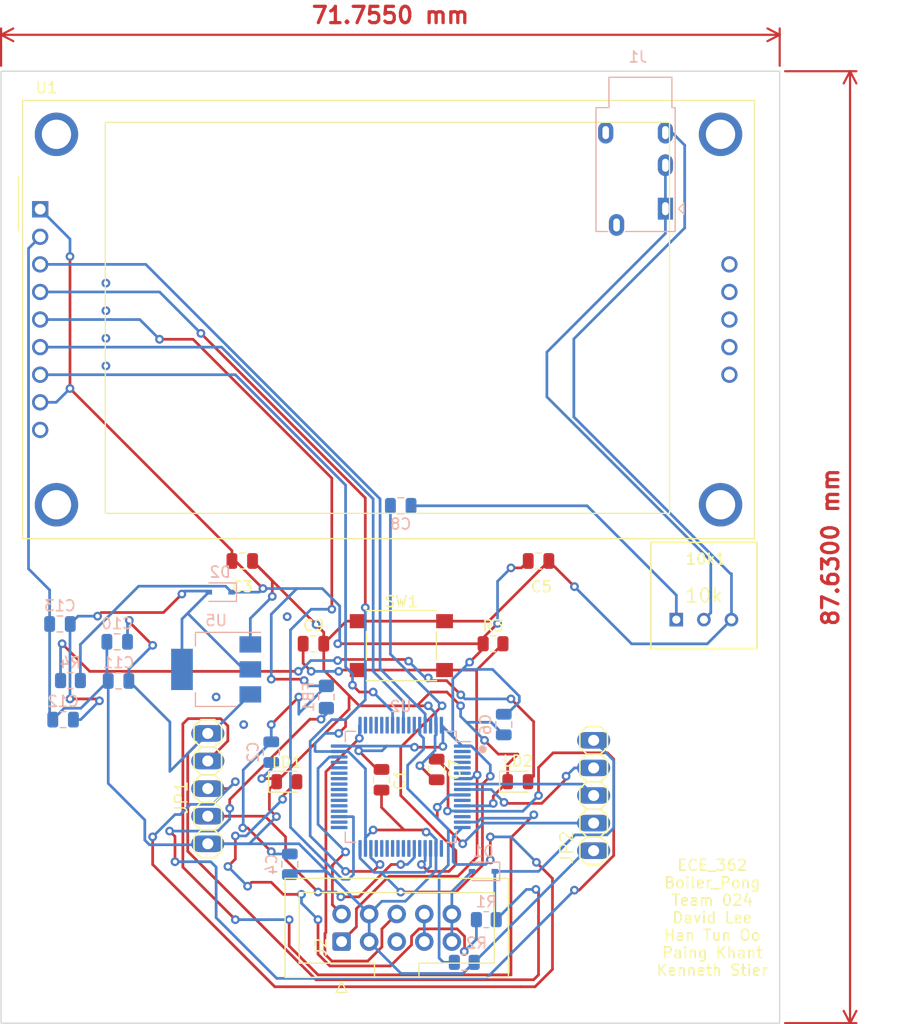
<source format=kicad_pcb>
(kicad_pcb (version 20211014) (generator pcbnew)
  (layers (0 "F.Cu" signal) (31 "B.Cu" signal) (34 "B.Paste" user) (35 "F.Paste" user) (36 "B.SilkS" user "B.Silkscreen") (37 "F.SilkS" user "F.Silkscreen") (38 "B.Mask" user) (39 "F.Mask" user) (44 "Edge.Cuts" user))
  (net 0 "")
  (net 1 "Net-(10k1-Pad1)")
  (net 2 "+5V")
  (net 3 "/NRST")
  (net 4 "/U5V")
  (net 5 "Net-(10k1-Pad2)")
  (net 7 "/SWDIO_IN")
  (net 9 "/SWCLK_IN")
  (net 10 "/V3.3_IN")
  (net 11 "Net-(JP1-Pad2)")
  (net 12 "Net-(JP1-Pad3)")
  (net 13 "Net-(JP1-Pad4)")
  (net 14 "Net-(JP2-Pad4)")
  (net 15 "Net-(LD1-Pad2)")
  (net 16 "Net-(C12-Pad1)")
  (net 17 "Net-(LD2-Pad2)")
  (net 18 "Net-(R2-Pad2)")
  (net 25 "Net-(U1-Pad7)")
  (net 26 "Net-(U1-Pad6)")
  (net 27 "Net-(U1-Pad5)")
  (net 28 "Net-(U1-Pad4)")
  (net 29 "Net-(U1-Pad3)")
  (net 67 "Net-(C8-Pad1)")
  (net 68 "+3V0")
  (net 69 "/3VA")
  (net 70 "GND")
  (net 71 "Net-(JP2-Pad2)")
  (net 72 "Net-(JP2-Pad3)")
  (footprint "Capacitor_SMD:C_0805_2012Metric" (layer "F.Cu") (at 156.7105 101.778)
    (fp_text reference "C5")
    (fp_text value "10uf")
  )
  (footprint "Capacitor_SMD:C_0805_2012Metric" (layer "F.Cu") (at 135.968487 109.397999)
    (fp_text reference "C9")
    (fp_text value ".1uF")
  )
  (footprint "Display:CR2013-MI2120" (layer "F.Cu") (at 110.783 69.393)
    (fp_text reference "U1")
    (fp_text value "TFT LCD MSP2022")
  )
  (footprint "LED_SMD:LED_0805_2012Metric" (layer "F.Cu") (at 133.518 122.098)
    (fp_text reference "LD1")
    (fp_text value "LED_Red")
  )
  (footprint "Button_Switch_SMD:SW_SPST_PTS645" (layer "F.Cu") (at 144.070833 109.569816)
    (fp_text reference "SW1")
    (fp_text value "SW_Push")
  )
  (footprint "Connector_IDC:IDC-Header_2x05_P2.54mm_Vertical" (layer "F.Cu") (at 138.562048 136.8205 90)
    (fp_text reference "J2")
    (fp_text value "Conn_02x05_Odd_Even")
  )
  (footprint "Capacitor_SMD:C_0805_2012Metric" (layer "F.Cu") (at 129.4055 101.778)
    (fp_text reference "C3")
    (fp_text value "0.1uf")
  )
  (footprint "Resistor_SMD:R_0805_2012Metric" (layer "F.Cu") (at 152.517965 109.397999)
    (fp_text reference "R3")
    (fp_text value "100K")
  )
  (footprint "Capacitor_SMD:C_0805_2012Metric" (layer "F.Cu") (at 142.24 121.92 -90)
    (fp_text reference "C1")
    (fp_text value ".1uF")
  )
  (footprint "joystick:1X05" (layer "F.Cu") (at 161.7905 123.368 90)
    (fp_text reference "JP2")
    (fp_text value "PINHD-1X5")
  )
  (footprint "joystick:1X05" (layer "F.Cu") (at 126.2305 122.733 90)
    (fp_text reference "JP1")
    (fp_text value "PINHD-1X5")
  )
  (footprint "Capacitor_SMD:C_0805_2012Metric" (layer "F.Cu") (at 147.32 120.97 -90)
    (fp_text reference "C7")
    (fp_text value ".1uF")
  )
  (footprint "eec:Bourns-3310R-0-0-MFG" (layer "F.Cu") (at 171.9505 104.953)
    (fp_text reference "10k1")
    (fp_text value "10k")
  )
  (footprint "LED_SMD:LED_0805_2012Metric" (layer "F.Cu") (at 154.8055 122.098)
    (fp_text reference "LD2")
    (fp_text value "LED_Green")
  )
  (footprint "Capacitor_SMD:C_0805_2012Metric" (layer "B.Cu") (at 112.604628 107.578484 180)
    (fp_text reference "C13")
    (fp_text value "22uF")
  )
  (footprint "Capacitor_SMD:C_0805_2012Metric" (layer "B.Cu") (at 144.0105 96.698)
    (fp_text reference "C8")
    (fp_text value "10uf")
  )
  (footprint "Capacitor_SMD:C_0805_2012Metric" (layer "B.Cu") (at 112.8955 116.383 180)
    (fp_text reference "C12")
    (fp_text value "0.1uF")
  )
  (footprint "Resistor_SMD:R_0805_2012Metric" (layer "B.Cu") (at 151.897048 134.798 180)
    (fp_text reference "R1")
    (fp_text value "5.1k")
  )
  (footprint "Package_QFP:LQFP-64_10x10mm_P0.5mm" (layer "B.Cu") (at 144.0105 122.567516 180)
    (fp_text reference "U2")
    (fp_text value "STM32F091RCTx")
  )
  (footprint "Capacitor_SMD:C_0805_2012Metric" (layer "B.Cu") (at 117.881313 109.22 180)
    (fp_text reference "C10")
    (fp_text value "22uF")
  )
  (footprint "Connector_Audio:Jack_3.5mm_PJ320E_Horizontal" (layer "B.Cu") (at 168.401803 69.345242 180)
    (fp_text reference "J1")
    (fp_text value "TRRS Jack")
  )
  (footprint "Capacitor_SMD:C_0805_2012Metric" (layer "B.Cu") (at 132.08 119.38 -90)
    (fp_text reference "C2")
    (fp_text value ".1uF")
  )
  (footprint "Resistor_SMD:R_0805_2012Metric" (layer "B.Cu") (at 113.574628 112.788484 180)
    (fp_text reference "R4")
    (fp_text value "1k")
  )
  (footprint "Resistor_SMD:R_0805_2012Metric" (layer "B.Cu") (at 149.866888 138.728 180)
    (fp_text reference "R2")
    (fp_text value "100K")
  )
  (footprint "Diode_SMD:D_SOD-323" (layer "B.Cu") (at 151.6305 130.353 180)
    (fp_text reference "D1")
    (fp_text value "BAT60JFILM")
  )
  (footprint "Diode_SMD:D_SOD-323" (layer "B.Cu") (at 127.374628 104.648484 180)
    (fp_text reference "D2")
    (fp_text value "BAT60JFILM")
  )
  (footprint "Inductor_SMD:L_0805_2012Metric_Pad1.15x1.40mm_HandSolder" (layer "B.Cu") (at 137.16 114.3 -90)
    (fp_text reference "FB1")
    (fp_text value "FerriteBead")
  )
  (footprint "Capacitor_SMD:C_0805_2012Metric" (layer "B.Cu") (at 118.004628 112.818484 180)
    (fp_text reference "C11")
    (fp_text value "0.1uF")
  )
  (footprint "Package_TO_SOT_SMD:SOT-223-3_TabPin2" (layer "B.Cu") (at 127 111.76 180)
    (fp_text reference "U5")
    (fp_text value "LD1117S33TR_SOT223")
  )
  (footprint "Capacitor_SMD:C_0805_2012Metric" (layer "B.Cu") (at 133.788744 129.699963 -90)
    (fp_text reference "C4")
    (fp_text value ".1uF")
  )
  (footprint "Capacitor_SMD:C_0805_2012Metric" (layer "B.Cu") (at 153.505875 116.834986 -90)
    (fp_text reference "C6")
    (fp_text value ".1uF")
  )
  (gr_circle (center 151.563313 119.105088) (end 151.263541 119.105088) (layer "B.SilkS") (width 0.15) (fill solid))
  (gr_rect (start 107.1805 56.693) (end 178.9355 144.323) (layer "Edge.Cuts") (width 0.1) (fill none))
  (gr_text "ECE_362\nBoiler_Pong\nTeam 024\nDavid Lee\nHan Tun Oo\nPaing Khant\nKenneth Stier\n" (at 172.72 134.62) (layer "F.SilkS") (effects (font (size 1 1))))
  (dimension (type aligned) (layer "F.Cu") (pts (xy 107.1805 56.693) (xy 178.9355 56.693)) (height -3.353) (gr_text "71.7550 mm" (at 143.058 51.54) (layer "F.Cu") (effects (font (size 1.5 1.5) (thickness 0.3)))) (format (units 3) (units_format 1) (precision 4)) (style (thickness 0.2) (arrow_length 1.27) (text_position_mode 0) (extension_height 0.58642) (extension_offset 0.5) keep_text_aligned))
  (dimension (type aligned) (layer "F.Cu") (pts (xy 178.9355 56.693) (xy 178.9355 144.323)) (height -6.4845) (gr_text "87.6300 mm" (at 183.62 100.508 90) (layer "F.Cu") (effects (font (size 1.5 1.5) (thickness 0.3)))) (format (units 3) (units_format 1) (precision 4)) (style (thickness 0.2) (arrow_length 1.27) (text_position_mode 0) (extension_height 0.58642) (extension_offset 0.5) keep_text_aligned))
  (segment (start 169.4105 104.920507) (end 169.4105 107.177999) (width 0.25) (layer "B.Cu") (net 1))
  (segment (start 161.187993 96.698) (end 169.4105 104.920507) (width 0.25) (layer "B.Cu") (net 1))
  (segment (start 144.9605 96.698) (end 161.187993 96.698) (width 0.25) (layer "B.Cu") (net 1))
  (segment (start 136.204302 140.32752) (end 156.26098 140.32752) (width 0.25) (layer "F.Cu") (net 2))
  (segment (start 156.26098 140.32752) (end 156.7105 139.878) (width 0.25) (layer "F.Cu") (net 2))
  (segment (start 119.001757 107.395112) (end 119.001757 107.249257) (width 0.25) (layer "F.Cu") (net 2))
  (segment (start 126.2305 117.653) (end 124.38198 119.50152) (width 0.25) (layer "F.Cu") (net 2))
  (segment (start 156.7105 132.258) (end 156.467645 132.015145) (width 0.25) (layer "F.Cu") (net 2))
  (segment (start 124.38198 119.50152) (end 124.38198 128.505197) (width 0.25) (layer "F.Cu") (net 2))
  (segment (start 121.1505 109.543855) (end 119.001757 107.395112) (width 0.25) (layer "F.Cu") (net 2))
  (segment (start 156.7105 139.878) (end 156.7105 132.258) (width 0.25) (layer "F.Cu") (net 2))
  (segment (start 124.38198 128.505197) (end 136.204302 140.32752) (width 0.25) (layer "F.Cu") (net 2))
  (via (at 121.1505 109.543855) (size 0.8) (drill 0.4) (layers "F.Cu" "B.Cu") (net 2))
  (via (at 119.001757 107.249257) (size 0.8) (drill 0.4) (layers "F.Cu" "B.Cu") (net 2))
  (via (at 156.467645 132.015145) (size 0.8) (drill 0.4) (layers "F.Cu" "B.Cu") (net 2))
  (segment (start 163.002551 126.99452) (end 163.63902 126.358051) (width 0.25) (layer "B.Cu") (net 2))
  (segment (start 118.954628 111.739727) (end 118.954628 112.818484) (width 0.25) (layer "B.Cu") (net 2))
  (segment (start 156.467645 132.015145) (end 155.592403 132.015145) (width 0.25) (layer "B.Cu") (net 2))
  (segment (start 122.738 116.601856) (end 122.738 121.1455) (width 0.25) (layer "B.Cu") (net 2))
  (segment (start 118.954628 112.818484) (end 122.738 116.601856) (width 0.25) (layer "B.Cu") (net 2))
  (segment (start 152.6805 130.353) (end 156.7105 130.353) (width 0.25) (layer "B.Cu") (net 2))
  (segment (start 118.831313 107.419701) (end 119.001757 107.249257) (width 0.25) (layer "B.Cu") (net 2))
  (segment (start 156.7105 130.353) (end 160.06898 126.99452) (width 0.25) (layer "B.Cu") (net 2))
  (segment (start 118.831313 109.22) (end 118.831313 107.419701) (width 0.25) (layer "B.Cu") (net 2))
  (segment (start 122.738 121.1455) (end 126.2305 117.653) (width 0.25) (layer "B.Cu") (net 2))
  (segment (start 152.6805 130.353) (end 152.6805 134.668952) (width 0.25) (layer "B.Cu") (net 2))
  (segment (start 152.6805 134.668952) (end 152.809548 134.798) (width 0.25) (layer "B.Cu") (net 2))
  (segment (start 121.1505 109.543855) (end 118.954628 111.739727) (width 0.25) (layer "B.Cu") (net 2))
  (segment (start 163.63902 126.358051) (end 163.63902 120.13652) (width 0.25) (layer "B.Cu") (net 2))
  (segment (start 126.557 117.653) (end 126.2305 117.653) (width 0.25) (layer "B.Cu") (net 2))
  (segment (start 155.592403 132.015145) (end 152.809548 134.798) (width 0.25) (layer "B.Cu") (net 2))
  (segment (start 160.06898 126.99452) (end 163.002551 126.99452) (width 0.25) (layer "B.Cu") (net 2))
  (segment (start 163.63902 120.13652) (end 161.7905 118.288) (width 0.25) (layer "B.Cu") (net 2))
  (segment (start 130.15 114.06) (end 126.557 117.653) (width 0.25) (layer "B.Cu") (net 2))
  (segment (start 151.008648 121.423043) (end 151.008648 111.819816) (width 0.25) (layer "F.Cu") (net 3))
  (segment (start 140.090833 111.819816) (end 138.413684 111.819816) (width 0.25) (layer "F.Cu") (net 3))
  (segment (start 139.927537 133.794001) (end 139.927537 135.455011) (width 0.25) (layer "F.Cu") (net 3))
  (segment (start 135.7555 111.938) (end 135.018487 111.200987) (width 0.25) (layer "F.Cu") (net 3))
  (segment (start 151.055543 121.469938) (end 151.050313 121.475168) (width 0.25) (layer "F.Cu") (net 3))
  (segment (start 151.050313 129.028187) (end 149.27598 130.80252) (width 0.25) (layer "F.Cu") (net 3))
  (segment (start 151.050313 121.475168) (end 151.050313 129.028187) (width 0.25) (layer "F.Cu") (net 3))
  (segment (start 151.008648 111.819816) (end 153.430465 109.397999) (width 0.25) (layer "F.Cu") (net 3))
  (segment (start 151.055543 121.469938) (end 151.008648 121.423043) (width 0.25) (layer "F.Cu") (net 3))
  (segment (start 135.018487 111.200987) (end 135.018487 109.397999) (width 0.25) (layer "F.Cu") (net 3))
  (segment (start 140.090833 111.819816) (end 148.050833 111.819816) (width 0.25) (layer "F.Cu") (net 3))
  (segment (start 142.919018 130.80252) (end 139.927537 133.794001) (width 0.25) (layer "F.Cu") (net 3))
  (segment (start 149.27598 130.80252) (end 142.919018 130.80252) (width 0.25) (layer "F.Cu") (net 3))
  (segment (start 138.413684 111.819816) (end 138.2955 111.938) (width 0.25) (layer "F.Cu") (net 3))
  (segment (start 139.927537 135.455011) (end 138.562048 136.8205) (width 0.25) (layer "F.Cu") (net 3))
  (segment (start 148.050833 111.819816) (end 151.008648 111.819816) (width 0.25) (layer "F.Cu") (net 3))
  (via (at 135.7555 111.938) (size 0.8) (drill 0.4) (layers "F.Cu" "B.Cu") (net 3))
  (via (at 151.055543 121.469938) (size 0.8) (drill 0.4) (layers "F.Cu" "B.Cu") (net 3))
  (via (at 138.2955 111.938) (size 0.8) (drill 0.4) (layers "F.Cu" "B.Cu") (net 3))
  (segment (start 138.2955 111.938) (end 135.7555 111.938) (width 0.25) (layer "B.Cu") (net 3))
  (segment (start 151.055543 121.469938) (end 150.873084 121.469938) (width 0.25) (layer "B.Cu") (net 3))
  (segment (start 150.873084 121.469938) (end 150.525506 121.817516) (width 0.25) (layer "B.Cu") (net 3))
  (segment (start 150.525506 121.817516) (end 149.6855 121.817516) (width 0.25) (layer "B.Cu") (net 3))
  (segment (start 148.722048 134.2805) (end 148.722048 132.211452) (width 0.25) (layer "B.Cu") (net 4))
  (segment (start 148.722048 134.2805) (end 148.722048 136.8205) (width 0.25) (layer "B.Cu") (net 4))
  (segment (start 148.722048 132.211452) (end 150.5805 130.353) (width 0.25) (layer "B.Cu") (net 4))
  (segment (start 172.5855 106.542999) (end 171.9505 107.177999) (width 0.25) (layer "B.Cu") (net 5))
  (segment (start 157.48 82.55) (end 157.48 86.6725) (width 0.25) (layer "B.Cu") (net 5))
  (segment (start 157.48 86.6725) (end 172.5855 101.778) (width 0.25) (layer "B.Cu") (net 5))
  (segment (start 168.401803 65.345242) (end 168.401803 69.345242) (width 0.25) (layer "B.Cu") (net 5))
  (segment (start 168.401803 69.345242) (end 168.401803 71.628197) (width 0.25) (layer "B.Cu") (net 5))
  (segment (start 172.5855 101.778) (end 172.5855 106.542999) (width 0.25) (layer "B.Cu") (net 5))
  (segment (start 168.401803 71.628197) (end 157.48 82.55) (width 0.25) (layer "B.Cu") (net 5))
  (segment (start 137.712048 129.785066) (end 138.930511 128.566603) (width 0.25) (layer "F.Cu") (net 7))
  (segment (start 138.562048 134.2805) (end 137.712048 133.4305) (width 0.25) (layer "F.Cu") (net 7))
  (segment (start 137.712048 133.4305) (end 137.712048 129.785066) (width 0.25) (layer "F.Cu") (net 7))
  (via (at 138.930511 128.566603) (size 0.8) (drill 0.4) (layers "F.Cu" "B.Cu") (net 7))
  (segment (start 136.3905 120.87155) (end 137.444534 119.817516) (width 0.25) (layer "B.Cu") (net 7))
  (segment (start 136.3905 126.026592) (end 136.3905 121.463) (width 0.25) (layer "B.Cu") (net 7))
  (segment (start 137.444534 119.817516) (end 138.3355 119.817516) (width 0.25) (layer "B.Cu") (net 7))
  (segment (start 136.3905 121.463) (end 136.3905 120.87155) (width 0.25) (layer "B.Cu") (net 7))
  (segment (start 138.930511 128.566603) (end 136.3905 126.026592) (width 0.25) (layer "B.Cu") (net 7))
  (segment (start 137.0255 137.973) (end 137.0255 136.068) (width 0.25) (layer "F.Cu") (net 9))
  (segment (start 142.276559 135.645989) (end 142.276559 137.306999) (width 0.25) (layer "F.Cu") (net 9))
  (segment (start 140.975558 138.608) (end 137.6605 138.608) (width 0.25) (layer "F.Cu") (net 9))
  (segment (start 137.0255 136.068) (end 137.115011 135.978489) (width 0.25) (layer "F.Cu") (net 9))
  (segment (start 137.115011 121.178505) (end 140.2005 118.093016) (width 0.25) (layer "F.Cu") (net 9))
  (segment (start 137.6605 138.608) (end 137.0255 137.973) (width 0.25) (layer "F.Cu") (net 9))
  (segment (start 137.115011 135.978489) (end 137.115011 121.178505) (width 0.25) (layer "F.Cu") (net 9))
  (segment (start 143.642048 134.2805) (end 142.276559 135.645989) (width 0.25) (layer "F.Cu") (net 9))
  (segment (start 142.276559 137.306999) (end 140.975558 138.608) (width 0.25) (layer "F.Cu") (net 9))
  (via (at 140.2005 118.093016) (size 0.8) (drill 0.4) (layers "F.Cu" "B.Cu") (net 9))
  (segment (start 140.2005 118.093016) (end 140.2005 116.952516) (width 0.25) (layer "B.Cu") (net 9))
  (segment (start 140.2005 116.952516) (end 140.2605 116.892516) (width 0.25) (layer "B.Cu") (net 9))
  (segment (start 146.182048 134.2805) (end 146.182048 136.8205) (width 0.25) (layer "B.Cu") (net 10))
  (segment (start 133.40098 127.178) (end 133.40098 129.26847) (width 0.25) (layer "F.Cu") (net 11))
  (segment (start 140.152339 132.695775) (end 143.130114 129.718) (width 0.25) (layer "F.Cu") (net 11))
  (segment (start 135.247717 131.115207) (end 136.390511 132.258) (width 0.25) (layer "F.Cu") (net 11))
  (segment (start 138.492725 132.695775) (end 140.152339 132.695775) (width 0.25) (layer "F.Cu") (net 11))
  (segment (start 143.130114 129.718) (end 144.0105 129.718) (width 0.25) (layer "F.Cu") (net 11))
  (segment (start 126.2305 125.273) (end 131.49598 125.273) (width 0.25) (layer "F.Cu") (net 11))
  (segment (start 133.40098 129.26847) (end 135.247717 131.115207) (width 0.25) (layer "F.Cu") (net 11))
  (segment (start 131.49598 125.273) (end 133.40098 127.178) (width 0.25) (layer "F.Cu") (net 11))
  (via (at 144.0105 129.718) (size 0.8) (drill 0.4) (layers "F.Cu" "B.Cu") (net 11))
  (via (at 136.390511 132.258) (size 0.8) (drill 0.4) (layers "F.Cu" "B.Cu") (net 11))
  (via (at 138.492725 132.695775) (size 0.8) (drill 0.4) (layers "F.Cu" "B.Cu") (net 11))
  (segment (start 136.390511 132.258) (end 138.05495 132.258) (width 0.25) (layer "B.Cu") (net 11))
  (segment (start 144.625022 129.718) (end 145.2605 129.082522) (width 0.25) (layer "B.Cu") (net 11))
  (segment (start 144.0105 129.718) (end 144.625022 129.718) (width 0.25) (layer "B.Cu") (net 11))
  (segment (start 145.2605 129.082522) (end 145.2605 128.242516) (width 0.25) (layer "B.Cu") (net 11))
  (segment (start 138.05495 132.258) (end 138.492725 132.695775) (width 0.25) (layer "B.Cu") (net 11))
  (segment (start 132.405584 140.973084) (end 123.6905 132.258) (width 0.25) (layer "F.Cu") (net 12))
  (segment (start 157.995488 131.002988) (end 157.995488 139.366848) (width 0.25) (layer "F.Cu") (net 12))
  (segment (start 155.104264 140.973084) (end 132.405584 140.973084) (width 0.25) (layer "F.Cu") (net 12))
  (segment (start 152.265489 129.295212) (end 152.265489 127.178) (width 0.25) (layer "F.Cu") (net 12))
  (segment (start 128.7705 122.098) (end 128.1355 122.733) (width 0.25) (layer "F.Cu") (net 12))
  (segment (start 156.389252 140.973084) (end 155.104264 140.973084) (width 0.25) (layer "F.Cu") (net 12))
  (segment (start 123.6905 132.258) (end 121.1505 129.718) (width 0.25) (layer "F.Cu") (net 12))
  (segment (start 157.995488 139.366848) (end 156.389252 140.973084) (width 0.25) (layer "F.Cu") (net 12))
  (segment (start 156.515701 129.523201) (end 157.995488 131.002988) (width 0.25) (layer "F.Cu") (net 12))
  (segment (start 121.1505 129.718) (end 121.1505 127.178) (width 0.25) (layer "F.Cu") (net 12))
  (segment (start 128.1355 122.733) (end 126.2305 122.733) (width 0.25) (layer "F.Cu") (net 12))
  (via (at 152.265489 129.295212) (size 0.8) (drill 0.4) (layers "F.Cu" "B.Cu") (net 12))
  (via (at 121.1505 127.178) (size 0.8) (drill 0.4) (layers "F.Cu" "B.Cu") (net 12))
  (via (at 156.515701 129.523201) (size 0.8) (drill 0.4) (layers "F.Cu" "B.Cu") (net 12))
  (via (at 128.7705 122.098) (size 0.8) (drill 0.4) (layers "F.Cu" "B.Cu") (net 12))
  (via (at 152.265489 127.178) (size 0.8) (drill 0.4) (layers "F.Cu" "B.Cu") (net 12))
  (segment (start 126.68202 124.18648) (end 124.62456 124.18648) (width 0.25) (layer "B.Cu") (net 12))
  (segment (start 123.20796 125.12054) (end 123.6905 125.12054) (width 0.25) (layer "B.Cu") (net 12))
  (segment (start 152.265489 127.178) (end 154.1705 127.178) (width 0.25) (layer "B.Cu") (net 12))
  (segment (start 124.62456 124.18648) (end 123.6905 125.12054) (width 0.25) (layer "B.Cu") (net 12))
  (segment (start 154.1705 127.178) (end 156.515701 129.523201) (width 0.25) (layer "B.Cu") (net 12))
  (segment (start 149.0905 129.718) (end 151.842701 129.718) (width 0.25) (layer "B.Cu") (net 12))
  (segment (start 151.842701 129.718) (end 152.265489 129.295212) (width 0.25) (layer "B.Cu") (net 12))
  (segment (start 148.845494 129.472994) (end 149.0905 129.718) (width 0.25) (layer "B.Cu") (net 12))
  (segment (start 121.1505 127.178) (end 123.20796 125.12054) (width 0.25) (layer "B.Cu") (net 12))
  (segment (start 148.845494 127.157522) (end 148.845494 129.472994) (width 0.25) (layer "B.Cu") (net 12))
  (segment (start 149.6855 126.317516) (end 148.845494 127.157522) (width 0.25) (layer "B.Cu") (net 12))
  (segment (start 128.7705 122.098) (end 126.68202 124.18648) (width 0.25) (layer "B.Cu") (net 12))
  (segment (start 128.07902 118.34448) (end 128.07902 116.960634) (width 0.25) (layer "F.Cu") (net 13))
  (segment (start 124.417 116.2915) (end 123.93246 116.77604) (width 0.25) (layer "F.Cu") (net 13))
  (segment (start 123.93246 116.77604) (end 123.93246 129.95996) (width 0.25) (layer "F.Cu") (net 13))
  (segment (start 123.93246 129.95996) (end 128.7705 134.798) (width 0.25) (layer "F.Cu") (net 13))
  (segment (start 156.276017 125.142369) (end 154.1705 127.247886) (width 0.25) (layer "F.Cu") (net 13))
  (segment (start 154.1705 139.878) (end 136.3905 139.878) (width 0.25) (layer "F.Cu") (net 13))
  (segment (start 133.731 137.2185) (end 136.3905 139.878) (width 0.25) (layer "F.Cu") (net 13))
  (segment (start 154.1705 127.247886) (end 154.1705 139.878) (width 0.25) (layer "F.Cu") (net 13))
  (segment (start 126.2305 120.193) (end 128.07902 118.34448) (width 0.25) (layer "F.Cu") (net 13))
  (segment (start 127.409886 116.2915) (end 124.417 116.2915) (width 0.25) (layer "F.Cu") (net 13))
  (segment (start 133.731 134.798) (end 133.731 137.2185) (width 0.25) (layer "F.Cu") (net 13))
  (segment (start 128.07902 116.960634) (end 127.409886 116.2915) (width 0.25) (layer "F.Cu") (net 13))
  (via (at 133.731 134.798) (size 0.8) (drill 0.4) (layers "F.Cu" "B.Cu") (net 13))
  (via (at 156.276017 125.142369) (size 0.8) (drill 0.4) (layers "F.Cu" "B.Cu") (net 13))
  (via (at 128.7705 134.798) (size 0.8) (drill 0.4) (layers "F.Cu" "B.Cu") (net 13))
  (segment (start 149.6855 125.817516) (end 151.085266 125.817516) (width 0.25) (layer "B.Cu") (net 13))
  (segment (start 155.959906 125.45848) (end 156.276017 125.142369) (width 0.25) (layer "B.Cu") (net 13))
  (segment (start 128.7705 134.798) (end 133.731 134.798) (width 0.25) (layer "B.Cu") (net 13))
  (segment (start 151.085266 125.817516) (end 151.444303 125.45848) (width 0.25) (layer "B.Cu") (net 13))
  (segment (start 151.444303 125.45848) (end 155.959906 125.45848) (width 0.25) (layer "B.Cu") (net 13))
  (segment (start 157.010603 124.092511) (end 153.625011 124.092511) (width 0.25) (layer "F.Cu") (net 14))
  (segment (start 153.625011 124.092511) (end 153.5355 124.003) (width 0.25) (layer "F.Cu") (net 14))
  (segment (start 159.2505 121.593016) (end 159.2505 121.852614) (width 0.25) (layer "F.Cu") (net 14))
  (segment (start 159.2505 121.852614) (end 157.010603 124.092511) (width 0.25) (layer "F.Cu") (net 14))
  (via (at 153.5355 124.003) (size 0.8) (drill 0.4) (layers "F.Cu" "B.Cu") (net 14))
  (via (at 159.2505 121.593016) (size 0.8) (drill 0.4) (layers "F.Cu" "B.Cu") (net 14))
  (segment (start 152.350016 122.817516) (end 149.6855 122.817516) (width 0.25) (layer "B.Cu") (net 14))
  (segment (start 153.5355 124.003) (end 152.350016 122.817516) (width 0.25) (layer "B.Cu") (net 14))
  (segment (start 161.7905 120.828) (end 160.015516 120.828) (width 0.25) (layer "B.Cu") (net 14))
  (segment (start 160.015516 120.828) (end 159.2505 121.593016) (width 0.25) (layer "B.Cu") (net 14))
  (segment (start 133.126 123.4275) (end 134.4555 122.098) (width 0.25) (layer "F.Cu") (net 15))
  (segment (start 128.7705 129.21634) (end 128.7705 127.0885) (width 0.25) (layer "F.Cu") (net 15))
  (segment (start 133.126 123.715669) (end 133.126 123.4275) (width 0.25) (layer "F.Cu") (net 15))
  (segment (start 149.896559 137.701382) (end 149.896559 136.334001) (width 0.25) (layer "F.Cu") (net 15))
  (segment (start 132.072467 131.355538) (end 133.186204 132.469275) (width 0.25) (layer "F.Cu") (net 15))
  (segment (start 130.264462 131.355538) (end 132.072467 131.355538) (width 0.25) (layer "F.Cu") (net 15))
  (segment (start 149.208547 135.645989) (end 145.695549 135.645989) (width 0.25) (layer "F.Cu") (net 15))
  (segment (start 136.3905 137.973717) (end 136.3905 134.798) (width 0.25) (layer "F.Cu") (net 15))
  (segment (start 137.474303 139.05752) (end 136.3905 137.973717) (width 0.25) (layer "F.Cu") (net 15))
  (segment (start 128.083958 129.902882) (end 128.7705 129.21634) (width 0.25) (layer "F.Cu") (net 15))
  (segment (start 145.007537 137.116021) (end 143.066038 139.05752) (width 0.25) (layer "F.Cu") (net 15))
  (segment (start 149.896559 136.334001) (end 149.208547 135.645989) (width 0.25) (layer "F.Cu") (net 15))
  (segment (start 149.866888 137.731053) (end 149.896559 137.701382) (width 0.25) (layer "F.Cu") (net 15))
  (segment (start 143.066038 139.05752) (end 137.474303 139.05752) (width 0.25) (layer "F.Cu") (net 15))
  (segment (start 129.900538 131.719462) (end 130.264462 131.355538) (width 0.25) (layer "F.Cu") (net 15))
  (segment (start 133.186204 132.469275) (end 134.862812 132.469275) (width 0.25) (layer "F.Cu") (net 15))
  (segment (start 145.695549 135.645989) (end 145.007537 136.334001) (width 0.25) (layer "F.Cu") (net 15))
  (segment (start 145.007537 136.334001) (end 145.007537 137.116021) (width 0.25) (layer "F.Cu") (net 15))
  (via (at 128.7705 127.0885) (size 0.8) (drill 0.4) (layers "F.Cu" "B.Cu") (net 15))
  (via (at 149.866888 137.731053) (size 0.8) (drill 0.4) (layers "F.Cu" "B.Cu") (net 15))
  (via (at 128.083958 129.902882) (size 0.8) (drill 0.4) (layers "F.Cu" "B.Cu") (net 15))
  (via (at 129.900538 131.719462) (size 0.8) (drill 0.4) (layers "F.Cu" "B.Cu") (net 15))
  (via (at 134.862812 132.469275) (size 0.8) (drill 0.4) (layers "F.Cu" "B.Cu") (net 15))
  (via (at 133.126 123.715669) (size 0.8) (drill 0.4) (layers "F.Cu" "B.Cu") (net 15))
  (via (at 136.3905 134.798) (size 0.8) (drill 0.4) (layers "F.Cu" "B.Cu") (net 15))
  (segment (start 128.7705 127.0885) (end 129.753169 127.0885) (width 0.25) (layer "B.Cu") (net 15))
  (segment (start 150.984548 134.798) (end 150.984548 136.613393) (width 0.25) (layer "B.Cu") (net 15))
  (segment (start 134.862812 133.270312) (end 136.3905 134.798) (width 0.25) (layer "B.Cu") (net 15))
  (segment (start 134.862812 132.469275) (end 134.862812 133.270312) (width 0.25) (layer "B.Cu") (net 15))
  (segment (start 129.900538 131.719462) (end 128.083958 129.902882) (width 0.25) (layer "B.Cu") (net 15))
  (segment (start 150.984548 136.613393) (end 149.866888 137.731053) (width 0.25) (layer "B.Cu") (net 15))
  (segment (start 129.753169 127.0885) (end 133.126 123.715669) (width 0.25) (layer "B.Cu") (net 15))
  (segment (start 116.0705 114.478) (end 116.245105 114.652605) (width 0.25) (layer "F.Cu") (net 16))
  (segment (start 113.5305 114.478) (end 116.0705 114.478) (width 0.25) (layer "F.Cu") (net 16))
  (segment (start 116.403754 106.524746) (end 122.141849 106.524746) (width 0.25) (layer "F.Cu") (net 16))
  (segment (start 122.141849 106.524746) (end 123.843122 104.823473) (width 0.25) (layer "F.Cu") (net 16))
  (segment (start 116.0705 106.858) (end 116.403754 106.524746) (width 0.25) (layer "F.Cu") (net 16))
  (via (at 116.245105 114.652605) (size 0.8) (drill 0.4) (layers "F.Cu" "B.Cu") (net 16))
  (via (at 123.843122 104.823473) (size 0.8) (drill 0.4) (layers "F.Cu" "B.Cu") (net 16))
  (via (at 116.0705 106.858) (size 0.8) (drill 0.4) (layers "F.Cu" "B.Cu") (net 16))
  (via (at 113.5305 114.478) (size 0.8) (drill 0.4) (layers "F.Cu" "B.Cu") (net 16))
  (segment (start 114.275112 106.858) (end 116.0705 106.858) (width 0.25) (layer "B.Cu") (net 16))
  (segment (start 116.245105 114.652605) (end 114.51471 116.383) (width 0.25) (layer "B.Cu") (net 16))
  (segment (start 124.376556 106.596556) (end 126.324628 104.648484) (width 0.25) (layer "B.Cu") (net 16))
  (segment (start 124.118102 104.548493) (end 126.2305 104.548493) (width 0.25) (layer "B.Cu") (net 16))
  (segment (start 126.324628 104.642621) (end 126.324628 104.648484) (width 0.25) (layer "B.Cu") (net 16))
  (segment (start 113.5305 107.602612) (end 113.5305 114.478) (width 0.25) (layer "B.Cu") (net 16))
  (segment (start 130.15 111.76) (end 129.54 111.76) (width 0.25) (layer "B.Cu") (net 16))
  (segment (start 123.843122 104.823473) (end 124.118102 104.548493) (width 0.25) (layer "B.Cu") (net 16))
  (segment (start 123.85 107.123112) (end 124.376556 106.596556) (width 0.25) (layer "B.Cu") (net 16))
  (segment (start 129.54 111.76) (end 124.376556 106.596556) (width 0.25) (layer "B.Cu") (net 16))
  (segment (start 113.554628 107.578484) (end 113.5305 107.602612) (width 0.25) (layer "B.Cu") (net 16))
  (segment (start 114.51471 116.383) (end 113.8455 116.383) (width 0.25) (layer "B.Cu") (net 16))
  (segment (start 126.2305 104.548493) (end 126.324628 104.642621) (width 0.25) (layer "B.Cu") (net 16))
  (segment (start 123.85 111.76) (end 123.85 107.123112) (width 0.25) (layer "B.Cu") (net 16))
  (segment (start 113.554628 107.578484) (end 114.275112 106.858) (width 0.25) (layer "B.Cu") (net 16))
  (segment (start 134.575 111.938) (end 115.346 111.938) (width 0.25) (layer "F.Cu") (net 17))
  (segment (start 149.542796 114.100956) (end 148.236167 112.794327) (width 0.25) (layer "F.Cu") (net 17))
  (segment (start 155.743 122.098) (end 156.26098 121.58002) (width 0.25) (layer "F.Cu") (net 17))
  (segment (start 148.236167 112.794327) (end 146.800511 112.794327) (width 0.25) (layer "F.Cu") (net 17))
  (segment (start 115.346 111.938) (end 112.806 109.398) (width 0.25) (layer "F.Cu") (net 17))
  (segment (start 156.26098 116.56848) (end 154.1705 114.478) (width 0.25) (layer "F.Cu") (net 17))
  (segment (start 156.26098 121.58002) (end 156.26098 116.56848) (width 0.25) (layer "F.Cu") (net 17))
  (segment (start 144.736637 111.004538) (end 144.577404 110.845305) (width 0.25) (layer "F.Cu") (net 17))
  (segment (start 146.800511 112.794327) (end 146.5505 112.544316) (width 0.25) (layer "F.Cu") (net 17))
  (segment (start 144.577404 110.845305) (end 138.294659 110.845305) (width 0.25) (layer "F.Cu") (net 17))
  (segment (start 138.294659 110.845305) (end 138.196557 110.943407) (width 0.25) (layer "F.Cu") (net 17))
  (via (at 144.736637 111.004538) (size 0.8) (drill 0.4) (layers "F.Cu" "B.Cu") (net 17))
  (via (at 112.806 109.398) (size 0.8) (drill 0.4) (layers "F.Cu" "B.Cu") (net 17))
  (via (at 146.5505 112.544316) (size 0.8) (drill 0.4) (layers "F.Cu" "B.Cu") (net 17))
  (via (at 154.1705 114.478) (size 0.8) (drill 0.4) (layers "F.Cu" "B.Cu") (net 17))
  (via (at 149.542796 114.100956) (size 0.8) (drill 0.4) (layers "F.Cu" "B.Cu") (net 17))
  (via (at 134.575 111.938) (size 0.8) (drill 0.4) (layers "F.Cu" "B.Cu") (net 17))
  (via (at 138.196557 110.943407) (size 0.8) (drill 0.4) (layers "F.Cu" "B.Cu") (net 17))
  (segment (start 146.5505 112.544316) (end 146.276415 112.544316) (width 0.25) (layer "B.Cu") (net 17))
  (segment (start 146.276415 112.544316) (end 144.736637 111.004538) (width 0.25) (layer "B.Cu") (net 17))
  (segment (start 149.91984 114.478) (end 149.542796 114.100956) (width 0.25) (layer "B.Cu") (net 17))
  (segment (start 138.196557 110.943407) (end 135.725479 110.943407) (width 0.25) (layer "B.Cu") (net 17))
  (segment (start 135.725479 110.943407) (end 134.730886 111.938) (width 0.25) (layer "B.Cu") (net 17))
  (segment (start 154.1705 114.478) (end 149.91984 114.478) (width 0.25) (layer "B.Cu") (net 17))
  (segment (start 112.806 109.398) (end 112.662128 109.541872) (width 0.25) (layer "B.Cu") (net 17))
  (segment (start 134.730886 111.938) (end 134.575 111.938) (width 0.25) (layer "B.Cu") (net 17))
  (segment (start 112.662128 109.541872) (end 112.662128 112.788484) (width 0.25) (layer "B.Cu") (net 17))
  (segment (start 147.547537 138.335037) (end 147.547537 130.626681) (width 0.25) (layer "B.Cu") (net 18))
  (segment (start 145.7605 117.732522) (end 145.7605 116.892516) (width 0.25) (layer "B.Cu") (net 18))
  (segment (start 147.547537 130.626681) (end 148.395974 129.778244) (width 0.25) (layer "B.Cu") (net 18))
  (segment (start 148.954388 138.728) (end 147.9405 138.728) (width 0.25) (layer "B.Cu") (net 18))
  (segment (start 147.9405 138.728) (end 147.547537 138.335037) (width 0.25) (layer "B.Cu") (net 18))
  (segment (start 148.395974 126.483474) (end 144.6455 122.733) (width 0.25) (layer "B.Cu") (net 18))
  (segment (start 144.6455 122.733) (end 144.6455 120.582614) (width 0.25) (layer "B.Cu") (net 18))
  (segment (start 146.115739 118.087761) (end 145.7605 117.732522) (width 0.25) (layer "B.Cu") (net 18))
  (segment (start 146.115739 119.112375) (end 146.115739 118.087761) (width 0.25) (layer "B.Cu") (net 18))
  (segment (start 148.395974 129.778244) (end 148.395974 126.483474) (width 0.25) (layer "B.Cu") (net 18))
  (segment (start 144.6455 120.582614) (end 146.115739 119.112375) (width 0.25) (layer "B.Cu") (net 18))
  (segment (start 140.2005 113.843) (end 139.5655 113.208) (width 0.25) (layer "F.Cu") (net 25))
  (segment (start 141.4705 113.843) (end 140.2005 113.843) (width 0.25) (layer "F.Cu") (net 25))
  (via (at 141.4705 113.843) (size 0.8) (drill 0.4) (layers "F.Cu" "B.Cu") (net 25))
  (via (at 139.5655 113.208) (size 0.8) (drill 0.4) (layers "F.Cu" "B.Cu") (net 25))
  (segment (start 139.5655 112.183386) (end 138.9305 111.548386) (width 0.25) (layer "B.Cu") (net 25))
  (segment (start 128.7705 84.633) (end 110.783 84.633) (width 0.25) (layer "B.Cu") (net 25))
  (segment (start 138.9305 94.793) (end 128.7705 84.633) (width 0.25) (layer "B.Cu") (net 25))
  (segment (start 138.9305 111.548386) (end 138.9305 94.793) (width 0.25) (layer "B.Cu") (net 25))
  (segment (start 143.2605 116.892516) (end 143.2605 115.633) (width 0.25) (layer "B.Cu") (net 25))
  (segment (start 143.2605 115.633) (end 141.4705 113.843) (width 0.25) (layer "B.Cu") (net 25))
  (segment (start 139.5655 113.208) (end 139.5655 112.183386) (width 0.25) (layer "B.Cu") (net 25))
  (segment (start 141.4705 96.063718) (end 127.499782 82.093) (width 0.25) (layer "B.Cu") (net 26))
  (segment (start 141.4705 111.938) (end 141.4705 96.063718) (width 0.25) (layer "B.Cu") (net 26))
  (segment (start 144.2605 114.728) (end 141.4705 111.938) (width 0.25) (layer "B.Cu") (net 26))
  (segment (start 144.2605 116.892516) (end 144.2605 114.728) (width 0.25) (layer "B.Cu") (net 26))
  (segment (start 127.499782 82.093) (end 110.783 82.093) (width 0.25) (layer "B.Cu") (net 26))
  (segment (start 135.7555 92.253) (end 137.6605 94.158) (width 0.25) (layer "F.Cu") (net 27))
  (segment (start 137.6605 94.158) (end 137.6605 106.223) (width 0.25) (layer "F.Cu") (net 27))
  (segment (start 124.871 81.3685) (end 135.7555 92.253) (width 0.25) (layer "F.Cu") (net 27))
  (segment (start 121.7855 81.3685) (end 124.871 81.3685) (width 0.25) (layer "F.Cu") (net 27))
  (via (at 137.6605 106.223) (size 0.8) (drill 0.4) (layers "F.Cu" "B.Cu") (net 27))
  (via (at 121.7855 81.3685) (size 0.8) (drill 0.4) (layers "F.Cu" "B.Cu") (net 27))
  (segment (start 139.655011 130.653103) (end 139.655011 125.362511) (width 0.25) (layer "B.Cu") (net 27))
  (segment (start 110.783 79.553) (end 119.97 79.553) (width 0.25) (layer "B.Cu") (net 27))
  (segment (start 137.6605 106.223) (end 135.7555 106.223) (width 0.25) (layer "B.Cu") (net 27))
  (segment (start 133.8505 108.128) (end 133.8505 126.297614) (width 0.25) (layer "B.Cu") (net 27))
  (segment (start 139.230603 131.077511) (end 139.655011 130.653103) (width 0.25) (layer "B.Cu") (net 27))
  (segment (start 139.610016 125.317516) (end 138.3355 125.317516) (width 0.25) (layer "B.Cu") (net 27))
  (segment (start 119.97 79.553) (end 121.7855 81.3685) (width 0.25) (layer "B.Cu") (net 27))
  (segment (start 133.8505 126.297614) (end 138.630397 131.077511) (width 0.25) (layer "B.Cu") (net 27))
  (segment (start 138.630397 131.077511) (end 139.230603 131.077511) (width 0.25) (layer "B.Cu") (net 27))
  (segment (start 139.655011 125.362511) (end 139.610016 125.317516) (width 0.25) (layer "B.Cu") (net 27))
  (segment (start 135.7555 106.223) (end 133.8505 108.128) (width 0.25) (layer "B.Cu") (net 27))
  (segment (start 125.5955 80.823) (end 140.746 95.9735) (width 0.25) (layer "F.Cu") (net 28))
  (segment (start 141.4705 130.353) (end 142.1055 129.718) (width 0.25) (layer "F.Cu") (net 28))
  (segment (start 138.9305 130.353) (end 141.4705 130.353) (width 0.25) (layer "F.Cu") (net 28))
  (segment (start 140.746 95.9735) (end 140.746 106.070314) (width 0.25) (layer "F.Cu") (net 28))
  (via (at 138.9305 130.353) (size 0.8) (drill 0.4) (layers "F.Cu" "B.Cu") (net 28))
  (via (at 140.746 106.070314) (size 0.8) (drill 0.4) (layers "F.Cu" "B.Cu") (net 28))
  (via (at 142.1055 129.718) (size 0.8) (drill 0.4) (layers "F.Cu" "B.Cu") (net 28))
  (via (at 125.5955 80.823) (size 0.8) (drill 0.4) (layers "F.Cu" "B.Cu") (net 28))
  (segment (start 139.5655 115.748) (end 138.9305 116.383) (width 0.25) (layer "B.Cu") (net 28))
  (segment (start 110.783 77.013) (end 121.7855 77.013) (width 0.25) (layer "B.Cu") (net 28))
  (segment (start 140.746 114.5675) (end 139.5655 115.748) (width 0.25) (layer "B.Cu") (net 28))
  (segment (start 137.6605 116.383) (end 135.665989 118.377511) (width 0.25) (layer "B.Cu") (net 28))
  (segment (start 121.7855 77.013) (end 125.5955 80.823) (width 0.25) (layer "B.Cu") (net 28))
  (segment (start 140.746 106.070314) (end 140.746 114.5675) (width 0.25) (layer "B.Cu") (net 28))
  (segment (start 135.665989 127.088489) (end 138.9305 130.353) (width 0.25) (layer "B.Cu") (net 28))
  (segment (start 135.665989 118.377511) (end 135.665989 127.088489) (width 0.25) (layer "B.Cu") (net 28))
  (segment (start 141.895978 129.718) (end 141.2605 129.082522) (width 0.25) (layer "B.Cu") (net 28))
  (segment (start 142.1055 129.718) (end 141.895978 129.718) (width 0.25) (layer "B.Cu") (net 28))
  (segment (start 141.2605 129.082522) (end 141.2605 128.242516) (width 0.25) (layer "B.Cu") (net 28))
  (segment (start 138.9305 116.383) (end 137.6605 116.383) (width 0.25) (layer "B.Cu") (net 28))
  (segment (start 142.1055 111.692614) (end 142.1055 96.063) (width 0.25) (layer "B.Cu") (net 29))
  (segment (start 120.5155 74.473) (end 110.783 74.473) (width 0.25) (layer "B.Cu") (net 29))
  (segment (start 146.2605 115.847614) (end 142.1055 111.692614) (width 0.25) (layer "B.Cu") (net 29))
  (segment (start 146.2605 116.892516) (end 146.2605 115.847614) (width 0.25) (layer "B.Cu") (net 29))
  (segment (start 142.1055 96.063) (end 120.5155 74.473) (width 0.25) (layer "B.Cu") (net 29))
  (segment (start 148.4555 130.353) (end 149.0905 129.718) (width 0.25) (layer "F.Cu") (net 67))
  (segment (start 144.0105 123.368) (end 144.0105 118.923) (width 0.25) (layer "F.Cu") (net 67))
  (segment (start 149.0905 129.718) (end 149.0905 128.448) (width 0.25) (layer "F.Cu") (net 67))
  (segment (start 145.9155 129.718) (end 146.5505 130.353) (width 0.25) (layer "F.Cu") (net 67))
  (segment (start 144.0105 118.923) (end 147.8205 115.113) (width 0.25) (layer "F.Cu") (net 67))
  (segment (start 146.5505 130.353) (end 148.4555 130.353) (width 0.25) (layer "F.Cu") (net 67))
  (segment (start 149.0905 128.448) (end 144.0105 123.368) (width 0.25) (layer "F.Cu") (net 67))
  (via (at 145.9155 129.718) (size 0.8) (drill 0.4) (layers "F.Cu" "B.Cu") (net 67))
  (via (at 147.8205 115.113) (size 0.8) (drill 0.4) (layers "F.Cu" "B.Cu") (net 67))
  (segment (start 146.2605 129.373) (end 146.2605 128.242516) (width 0.25) (layer "B.Cu") (net 67))
  (segment (start 143.0605 96.698) (end 143.0605 110.353) (width 0.25) (layer "B.Cu") (net 67))
  (segment (start 145.9155 129.718) (end 146.2605 129.373) (width 0.25) (layer "B.Cu") (net 67))
  (segment (start 143.0605 110.353) (end 147.8205 115.113) (width 0.25) (layer "B.Cu") (net 67))
  (segment (start 113.5305 73.7485) (end 113.5305 85.903) (width 0.25) (layer "F.Cu") (net 68))
  (segment (start 152.2655 121.593016) (end 151.540989 122.317527) (width 0.25) (layer "F.Cu") (net 68))
  (segment (start 138.206 109.398) (end 151.605465 109.397999) (width 0.25) (layer "F.Cu") (net 68))
  (segment (start 151.540989 122.317527) (end 151.540989 129.807511) (width 0.25) (layer "F.Cu") (net 68))
  (segment (start 149.0905 132.258) (end 144.0105 132.258) (width 0.25) (layer "F.Cu") (net 68))
  (segment (start 134.990365 112.6625) (end 132.08 112.6625) (width 0.25) (layer "F.Cu") (net 68))
  (segment (start 145.2805 118.923) (end 147.8205 118.923) (width 0.25) (layer "F.Cu") (net 68))
  (segment (start 132.08 128.5375) (end 129.898005 126.355505) (width 0.25) (layer "F.Cu") (net 68))
  (segment (start 154.1705 102.413) (end 155.1255 102.413) (width 0.25) (layer "F.Cu") (net 68))
  (segment (start 151.605465 109.850351) (end 150.3605 111.095316) (width 0.25) (layer "F.Cu") (net 68))
  (segment (start 129.898005 126.355505) (end 129.450002 126.355505) (width 0.25) (layer "F.Cu") (net 68))
  (segment (start 142.24 120.97) (end 141.852588 120.97) (width 0.25) (layer "F.Cu") (net 68))
  (segment (start 128.4555 100.828) (end 128.4555 101.778) (width 0.25) (layer "F.Cu") (net 68))
  (segment (start 141.852588 120.97) (end 140.134799 119.252211) (width 0.25) (layer "F.Cu") (net 68))
  (segment (start 151.605465 109.397999) (end 151.605465 109.850351) (width 0.25) (layer "F.Cu") (net 68))
  (segment (start 135.110078 112.782213) (end 134.990365 112.6625) (width 0.25) (layer "F.Cu") (net 68))
  (segment (start 128.7705 101.778) (end 128.4555 101.778) (width 0.25) (layer "F.Cu") (net 68))
  (segment (start 147.8205 118.923) (end 147.898039 118.845461) (width 0.25) (layer "F.Cu") (net 68))
  (segment (start 131.3105 104.318) (end 128.7705 101.778) (width 0.25) (layer "F.Cu") (net 68))
  (segment (start 151.540989 129.807511) (end 149.0905 132.258) (width 0.25) (layer "F.Cu") (net 68))
  (segment (start 113.5305 85.903) (end 128.4555 100.828) (width 0.25) (layer "F.Cu") (net 68))
  (segment (start 151.605465 108.857635) (end 152.9353 107.5278) (width 0.25) (layer "F.Cu") (net 68))
  (segment (start 134.62 114.3) (end 132.08 116.84) (width 0.25) (layer "F.Cu") (net 68))
  (segment (start 155.1255 102.413) (end 155.7605 101.778) (width 0.25) (layer "F.Cu") (net 68))
  (segment (start 151.605465 109.397999) (end 151.605465 108.857635) (width 0.25) (layer "F.Cu") (net 68))
  (via (at 144.0105 132.258) (size 0.8) (drill 0.4) (layers "F.Cu" "B.Cu") (net 68))
  (via (at 135.110078 112.782213) (size 0.8) (drill 0.4) (layers "F.Cu" "B.Cu") (net 68))
  (via (at 147.898039 118.845461) (size 0.8) (drill 0.4) (layers "F.Cu" "B.Cu") (net 68))
  (via (at 113.5305 73.7485) (size 0.8) (drill 0.4) (layers "F.Cu" "B.Cu") (net 68))
  (via (at 154.1705 102.413) (size 0.8) (drill 0.4) (layers "F.Cu" "B.Cu") (net 68))
  (via (at 129.450002 126.355505) (size 0.8) (drill 0.4) (layers "F.Cu" "B.Cu") (net 68))
  (via (at 140.134799 119.252211) (size 0.8) (drill 0.4) (layers "F.Cu" "B.Cu") (net 68))
  (via (at 145.2805 118.923) (size 0.8) (drill 0.4) (layers "F.Cu" "B.Cu") (net 68))
  (via (at 152.9353 107.5278) (size 0.8) (drill 0.4) (layers "F.Cu" "B.Cu") (net 68))
  (via (at 150.3605 111.095316) (size 0.8) (drill 0.4) (layers "F.Cu" "B.Cu") (net 68))
  (via (at 132.08 116.84) (size 0.8) (drill 0.4) (layers "F.Cu" "B.Cu") (net 68))
  (via (at 134.62 114.3) (size 0.8) (drill 0.4) (layers "F.Cu" "B.Cu") (net 68))
  (via (at 131.3105 104.318) (size 0.8) (drill 0.4) (layers "F.Cu" "B.Cu") (net 68))
  (via (at 132.08 128.5375) (size 0.8) (drill 0.4) (layers "F.Cu" "B.Cu") (net 68))
  (via (at 132.08 112.6625) (size 0.8) (drill 0.4) (layers "F.Cu" "B.Cu") (net 68))
  (via (at 113.5305 85.903) (size 0.8) (drill 0.4) (layers "F.Cu" "B.Cu") (net 68))
  (via (at 152.2655 121.593016) (size 0.8) (drill 0.4) (layers "F.Cu" "B.Cu") (net 68))
  (via (at 138.206 109.398) (size 0.8) (drill 0.4) (layers "F.Cu" "B.Cu") (net 68))
  (segment (start 137.16 113.275) (end 135.602865 113.275) (width 0.25) (layer "B.Cu") (net 68))
  (segment (start 130.980016 104.648484) (end 131.3105 104.318) (width 0.25) (layer "B.Cu") (net 68))
  (segment (start 150.525506 118.817516) (end 149.6855 118.817516) (width 0.25) (layer "B.Cu") (net 68))
  (segment (start 152.9353 107.5278) (end 152.9353 103.6482) (width 0.25) (layer "B.Cu") (net 68))
  (segment (start 149.86 111.595816) (end 150.3605 111.095316) (width 0.25) (layer "B.Cu") (net 68))
  (segment (start 149.6855 118.817516) (end 148.805742 117.937758) (width 0.25) (layer "B.Cu") (net 68))
  (segment (start 152.477114 111.76) (end 149.86 111.76) (width 0.25) (layer "B.Cu") (net 68))
  (segment (start 148.805742 112.650074) (end 148.805742 117.937758) (width 0.25) (layer "B.Cu") (net 68))
  (segment (start 127.875117 104.098973) (end 128.424628 104.648484) (width 0.25) (layer "B.Cu") (net 68))
  (segment (start 142.720995 118.817516) (end 145.175016 118.817516) (width 0.25) (layer "B.Cu") (net 68))
  (segment (start 128.424628 104.648484) (end 130.980016 104.648484) (width 0.25) (layer "B.Cu") (net 68))
  (segment (start 134.442 104.318) (end 136.780114 104.318) (width 0.25) (layer "B.Cu") (net 68))
  (segment (start 138.3355 118.817516) (end 142.720995 118.817516) (width 0.25) (layer "B.Cu") (net 68))
  (segment (start 154.94 114.222886) (end 152.477114 111.76) (width 0.25) (layer "B.Cu") (net 68))
  (segment (start 142.2863 119.252211) (end 142.720995 118.817516) (width 0.25) (layer "B.Cu") (net 68))
  (segment (start 152.2655 120.55751) (end 150.525506 118.817516) (width 0.25) (layer "B.Cu") (net 68))
  (segment (start 114.487128 112.788484) (end 114.487128 109.465986) (width 0.25) (layer "B.Cu") (net 68))
  (segment (start 153.505875 115.884986) (end 153.788128 115.884986) (width 0.25) (layer "B.Cu") (net 68))
  (segment (start 129.495011 126.310496) (end 129.495011 121.014989) (width 0.25) (layer "B.Cu") (net 68))
  (segment (start 134.62 115.89) (end 134.62 114.3) (width 0.25) (layer "B.Cu") (net 68))
  (segment (start 131.3105 104.318) (end 134.442 104.318) (width 0.25) (layer "B.Cu") (net 68))
  (segment (start 119.854141 104.098973) (end 127.875117 104.098973) (width 0.25) (layer "B.Cu") (net 68))
  (segment (start 137.16 113.275) (end 134.62 115.815) (width 0.25) (layer "B.Cu") (net 68))
  (segment (start 113.5305 72.1405) (end 113.5305 73.7485) (width 0.25) (layer "B.Cu") (net 68))
  (segment (start 112.2605 87.173) (end 110.783 87.173) (width 0.25) (layer "B.Cu") (net 68))
  (segment (start 153.788128 115.884986) (end 154.94 114.733114) (width 0.25) (layer "B.Cu") (net 68))
  (segment (start 135.602865 113.275) (end 135.110078 112.782213) (width 0.25) (layer "B.Cu") (net 68))
  (segment (start 140.134799 119.252211) (end 142.2863 119.252211) (width 0.25) (layer "B.Cu") (net 68))
  (segment (start 133.788744 128.749963) (end 132.292463 128.749963) (width 0.25) (layer "B.Cu") (net 68))
  (segment (start 141.560011 130.442511) (end 140.2605 129.143) (width 0.25) (layer "B.Cu") (net 68))
  (segment (start 129.495011 121.014989) (end 132.08 118.43) (width 0.25) (layer "B.Cu") (net 68))
  (segment (start 134.62 115.815) (end 134.62 115.89) (width 0.25) (layer "B.Cu") (net 68))
  (segment (start 138.385011 109.218989) (end 138.206 109.398) (width 0.25) (layer "B.Cu") (net 68))
  (segment (start 132.08 116.84) (end 132.08 118.43) (width 0.25) (layer "B.Cu") (net 68))
  (segment (start 146.7605 128.242516) (end 146.7605 129.897614) (width 0.25) (layer "B.Cu") (net 68))
  (segment (start 152.2655 121.593016) (end 152.2655 120.55751) (width 0.25) (layer "B.Cu") (net 68))
  (segment (start 154.94 114.733114) (end 154.94 114.222886) (width 0.25) (layer "B.Cu") (net 68))
  (segment (start 132.08 112.6625) (end 132.08 106.68) (width 0.25) (layer "B.Cu") (net 68))
  (segment (start 145.175016 118.817516) (end 145.2805 118.923) (width 0.25) (layer "B.Cu") (net 68))
  (segment (start 114.487128 109.465986) (end 119.854141 104.098973) (width 0.25) (layer "B.Cu") (net 68))
  (segment (start 132.08 106.68) (end 134.442 104.318) (width 0.25) (layer "B.Cu") (net 68))
  (segment (start 147.898039 118.845461) (end 147.898039 117.030055) (width 0.25) (layer "B.Cu") (net 68))
  (segment (start 149.86 111.76) (end 149.86 111.595816) (width 0.25) (layer "B.Cu") (net 68))
  (segment (start 150.3605 111.095316) (end 148.805742 112.650074) (width 0.25) (layer "B.Cu") (net 68))
  (segment (start 136.780114 104.318) (end 138.385011 105.922897) (width 0.25) (layer "B.Cu") (net 68))
  (segment (start 146.215603 130.442511) (end 142.195011 130.442511) (width 0.25) (layer "B.Cu") (net 68))
  (segment (start 144.0105 132.258) (end 142.195011 130.442511) (width 0.25) (layer "B.Cu") (net 68))
  (segment (start 138.385011 105.922897) (end 138.385011 109.218989) (width 0.25) (layer "B.Cu") (net 68))
  (segment (start 142.195011 130.442511) (end 141.560011 130.442511) (width 0.25) (layer "B.Cu") (net 68))
  (segment (start 132.292463 128.749963) (end 132.08 128.5375) (width 0.25) (layer "B.Cu") (net 68))
  (segment (start 146.7605 129.897614) (end 146.215603 130.442511) (width 0.25) (layer "B.Cu") (net 68))
  (segment (start 148.805742 117.937758) (end 147.7605 116.892516) (width 0.25) (layer "B.Cu") (net 68))
  (segment (start 113.5305 85.903) (end 112.2605 87.173) (width 0.25) (layer "B.Cu") (net 68))
  (segment (start 140.2605 129.143) (end 140.2605 128.242516) (width 0.25) (layer "B.Cu") (net 68))
  (segment (start 152.9353 103.6482) (end 154.1705 102.413) (width 0.25) (layer "B.Cu") (net 68))
  (segment (start 110.783 69.393) (end 113.5305 72.1405) (width 0.25) (layer "B.Cu") (net 68))
  (segment (start 147.898039 117.030055) (end 147.7605 116.892516) (width 0.25) (layer "B.Cu") (net 68))
  (segment (start 129.450002 126.355505) (end 129.495011 126.310496) (width 0.25) (layer "B.Cu") (net 68))
  (segment (start 163.63902 128.898051) (end 163.63902 120.021949) (width 0.25) (layer "F.Cu") (net 69))
  (segment (start 136.669451 116.349451) (end 135.639334 116.349451) (width 0.25) (layer "F.Cu") (net 69))
  (segment (start 147.32 120.02) (end 148.36952 121.06952) (width 0.25) (layer "F.Cu") (net 69))
  (segment (start 123.20796 127.141876) (end 123.20796 129.465363) (width 0.25) (layer "F.Cu") (net 69))
  (segment (start 163.63902 120.021949) (end 163.057368 119.440297) (width 0.25) (layer "F.Cu") (net 69))
  (segment (start 130.219511 121.769274) (end 128.25058 123.738205) (width 0.25) (layer "F.Cu") (net 69))
  (segment (start 156.7105 123.368) (end 156.7105 120.787967) (width 0.25) (layer "F.Cu") (net 69))
  (segment (start 148.36952 121.06952) (end 148.36952 124.745435) (width 0.25) (layer "F.Cu") (net 69))
  (segment (start 128.25058 123.738205) (end 128.25058 124.5485) (width 0.25) (layer "F.Cu") (net 69))
  (segment (start 122.709591 126.643507) (end 123.20796 127.141876) (width 0.25) (layer "F.Cu") (net 69))
  (segment (start 160.02 132.08) (end 160.457071 132.08) (width 0.25) (layer "F.Cu") (net 69))
  (segment (start 158.05817 119.440297) (end 156.7105 120.787967) (width 0.25) (layer "F.Cu") (net 69))
  (segment (start 148.36952 124.745435) (end 148.315919 124.799036) (width 0.25) (layer "F.Cu") (net 69))
  (segment (start 135.639334 116.349451) (end 130.219511 121.769274) (width 0.25) (layer "F.Cu") (net 69))
  (segment (start 163.057368 119.440297) (end 158.05817 119.440297) (width 0.25) (layer "F.Cu") (net 69))
  (segment (start 160.457071 132.08) (end 163.63902 128.898051) (width 0.25) (layer "F.Cu") (net 69))
  (via (at 160.02 132.08) (size 0.8) (drill 0.4) (layers "F.Cu" "B.Cu") (net 69))
  (via (at 122.709591 126.643507) (size 0.8) (drill 0.4) (layers "F.Cu" "B.Cu") (net 69))
  (via (at 123.20796 129.465363) (size 0.8) (drill 0.4) (layers "F.Cu" "B.Cu") (net 69))
  (via (at 156.7105 123.368) (size 0.8) (drill 0.4) (layers "F.Cu" "B.Cu") (net 69))
  (via (at 136.669451 116.349451) (size 0.8) (drill 0.4) (layers "F.Cu" "B.Cu") (net 69))
  (via (at 128.25058 124.5485) (size 0.8) (drill 0.4) (layers "F.Cu" "B.Cu") (net 69))
  (via (at 148.315919 124.799036) (size 0.8) (drill 0.4) (layers "F.Cu" "B.Cu") (net 69))
  (segment (start 127 134.62) (end 132.58204 140.20204) (width 0.25) (layer "B.Cu") (net 69))
  (segment (start 148.322919 124.792036) (end 149.86 124.792036) (width 0.25) (layer "B.Cu") (net 69))
  (segment (start 137.16 115.325) (end 137.16 115.858902) (width 0.25) (layer "B.Cu") (net 69))
  (segment (start 149.86 124.792036) (end 149.83452 124.817516) (width 0.25) (layer "B.Cu") (net 69))
  (segment (start 151.89796 140.20204) (end 160.02 132.08) (width 0.25) (layer "B.Cu") (net 69))
  (segment (start 127.158564 126.643507) (end 122.709591 126.643507) (width 0.25) (layer "B.Cu") (net 69))
  (segment (start 128.25058 125.551491) (end 127.158564 126.643507) (width 0.25) (layer "B.Cu") (net 69))
  (segment (start 155.260984 124.817516) (end 156.7105 123.368) (width 0.25) (layer "B.Cu") (net 69))
  (segment (start 128.25058 124.5485) (end 128.25058 125.551491) (width 0.25) (layer "B.Cu") (net 69))
  (segment (start 137.16 115.858902) (end 136.669451 116.349451) (width 0.25) (layer "B.Cu") (net 69))
  (segment (start 149.83452 124.817516) (end 149.6855 124.817516) (width 0.25) (layer "B.Cu") (net 69))
  (segment (start 132.58204 140.20204) (end 151.89796 140.20204) (width 0.25) (layer "B.Cu") (net 69))
  (segment (start 149.6855 124.817516) (end 155.260984 124.817516) (width 0.25) (layer "B.Cu") (net 69))
  (segment (start 127 129.962226) (end 126.503137 129.465363) (width 0.25) (layer "B.Cu") (net 69))
  (segment (start 126.503137 129.465363) (end 123.20796 129.465363) (width 0.25) (layer "B.Cu") (net 69))
  (segment (start 148.315919 124.799036) (end 148.322919 124.792036) (width 0.25) (layer "B.Cu") (net 69))
  (segment (start 127 129.962226) (end 127 134.62) (width 0.25) (layer "B.Cu") (net 69))
  (segment (start 141.4705 126.543) (end 144.323 126.543) (width 0.25) (layer "F.Cu") (net 70))
  (segment (start 152.540059 123.425941) (end 153.868 122.098) (width 0.25) (layer "F.Cu") (net 70))
  (segment (start 131.905866 122.772634) (end 132.5805 122.098) (width 0.25) (layer "F.Cu") (net 70))
  (segment (start 146.764936 113.843) (end 145.494936 115.113) (width 0.25) (layer "F.Cu") (net 70))
  (segment (start 140.2005 115.113) (end 138.9305 116.383) (width 0.25) (layer "F.Cu") (net 70))
  (segment (start 146.160902 126.543) (end 146.355701 126.737799) (width 0.25) (layer "F.Cu") (net 70))
  (segment (start 136.918487 108.340987) (end 136.918487 109.397999) (width 0.25) (layer "F.Cu") (net 70))
  (segment (start 154.8055 119.558) (end 153.003148 119.558) (width 0.25) (layer "F.Cu") (net 70))
  (segment (start 131.200659 121.81274) (end 132.29524 121.81274) (width 0.25) (layer "F.Cu") (net 70))
  (segment (start 148.260242 113.843) (end 146.764936 113.843) (width 0.25) (layer "F.Cu") (net 70))
  (segment (start 157.48 101.6) (end 157.4825 101.6) (width 0.25) (layer "F.Cu") (net 70))
  (segment (start 153.003148 119.558) (end 151.733148 118.288) (width 0.25) (layer "F.Cu") (net 70))
  (segment (start 157.4825 101.6) (end 157.6605 101.778) (width 0.25) (layer "F.Cu") (net 70))
  (segment (start 160.02 104.14) (end 157.48 101.6) (width 0.25) (layer "F.Cu") (net 70))
  (segment (start 136.918487 111.830987) (end 139.248 114.1605) (width 0.25) (layer "F.Cu") (net 70))
  (segment (start 145.9155 115.113) (end 146.5505 115.113) (width 0.25) (layer "F.Cu") (net 70))
  (segment (start 144.323 126.543) (end 146.160902 126.543) (width 0.25) (layer "F.Cu") (net 70))
  (segment (start 142.24 124.46) (end 144.323 126.543) (width 0.25) (layer "F.Cu") (net 70))
  (segment (start 149.530242 115.113) (end 148.260242 113.843) (width 0.25) (layer "F.Cu") (net 70))
  (segment (start 132.173534 103.596034) (end 130.3555 101.778) (width 0.25) (layer "F.Cu") (net 70))
  (segment (start 153.868 120.4955) (end 153.868 122.098) (width 0.25) (layer "F.Cu") (net 70))
  (segment (start 130.3555 101.778) (end 136.20875 107.63125) (width 0.25) (layer "F.Cu") (net 70))
  (segment (start 157.6605 101.778) (end 152.118684 107.319816) (width 0.25) (layer "F.Cu") (net 70))
  (segment (start 152.118684 107.319816) (end 148.050833 107.319816) (width 0.25) (layer "F.Cu") (net 70))
  (segment (start 145.494936 115.113) (end 145.9155 115.113) (width 0.25) (layer "F.Cu") (net 70))
  (segment (start 131.905866 124.658287) (end 131.905866 122.772634) (width 0.25) (layer "F.Cu") (net 70))
  (segment (start 147.32 121.92) (end 147.068496 121.92) (width 0.25) (layer "F.Cu") (net 70))
  (segment (start 140.090833 107.319816) (end 138.99667 107.319816) (width 0.25) (layer "F.Cu") (net 70))
  (segment (start 139.248 115.4305) (end 139.248 114.1605) (width 0.25) (layer "F.Cu") (net 70))
  (segment (start 142.24 122.87) (end 142.24 124.46) (width 0.25) (layer "F.Cu") (net 70))
  (segment (start 132.556923 125.309344) (end 131.905866 124.658287) (width 0.25) (layer "F.Cu") (net 70))
  (segment (start 152.540059 124.093016) (end 152.540059 123.425941) (width 0.25) (layer "F.Cu") (net 70))
  (segment (start 138.9305 116.383) (end 138.9305 117.018) (width 0.25) (layer "F.Cu") (net 70))
  (segment (start 139.248 114.1605) (end 140.2005 115.113) (width 0.25) (layer "F.Cu") (net 70))
  (segment (start 132.29524 121.81274) (end 132.5805 122.098) (width 0.25) (layer "F.Cu") (net 70))
  (segment (start 140.2005 115.113) (end 145.494936 115.113) (width 0.25) (layer "F.Cu") (net 70))
  (segment (start 154.8055 119.558) (end 153.868 120.4955) (width 0.25) (layer "F.Cu") (net 70))
  (segment (start 132.5805 122.098) (end 139.248 115.4305) (width 0.25) (layer "F.Cu") (net 70))
  (segment (start 136.918487 109.397999) (end 136.918487 111.830987) (width 0.25) (layer "F.Cu") (net 70))
  (segment (start 132.173534 105.0425) (end 132.173534 103.596034) (width 0.25) (layer "F.Cu") (net 70))
  (segment (start 147.068496 121.92) (end 145.771681 120.623185) (width 0.25) (layer "F.Cu") (net 70))
  (segment (start 138.9305 117.018) (end 138.2955 117.653) (width 0.25) (layer "F.Cu") (net 70))
  (segment (start 138.99667 107.319816) (end 136.918487 109.397999) (width 0.25) (layer "F.Cu") (net 70))
  (segment (start 140.090833 107.319816) (end 148.050833 107.319816) (width 0.25) (layer "F.Cu") (net 70))
  (segment (start 136.20875 107.63125) (end 136.918487 108.340987) (width 0.25) (layer "F.Cu") (net 70))
  (via (at 116.84 76.2) (size 0.8) (drill 0.4) (layers "F.Cu" "B.Cu") (net 70))
  (via (at 138.2955 117.653) (size 0.8) (drill 0.4) (layers "F.Cu" "B.Cu") (net 70))
  (via (at 145.771681 120.623185) (size 0.8) (drill 0.4) (layers "F.Cu" "B.Cu") (net 70))
  (via (at 149.530242 115.113) (size 0.8) (drill 0.4) (layers "F.Cu" "B.Cu") (net 70))
  (via (at 132.173534 105.0425) (size 0.8) (drill 0.4) (layers "F.Cu" "B.Cu") (net 70))
  (via (at 152.540059 124.093016) (size 0.8) (drill 0.4) (layers "F.Cu" "B.Cu") (net 70))
  (via (at 129.54 116.84) (size 0.8) (drill 0.4) (layers "F.Cu" "B.Cu") (net 70))
  (via (at 127 114.3) (size 0.8) (drill 0.4) (layers "F.Cu" "B.Cu") (net 70))
  (via (at 116.84 81.28) (size 0.8) (drill 0.4) (layers "F.Cu" "B.Cu") (net 70))
  (via (at 160.02 104.14) (size 0.8) (drill 0.4) (layers "F.Cu" "B.Cu") (net 70))
  (via (at 116.84 83.82) (size 0.8) (drill 0.4) (layers "F.Cu" "B.Cu") (net 70))
  (via (at 116.84 78.74) (size 0.8) (drill 0.4) (layers "F.Cu" "B.Cu") (net 70))
  (via (at 151.733148 118.288) (size 0.8) (drill 0.4) (layers "F.Cu" "B.Cu") (net 70))
  (via (at 131.200659 121.81274) (size 0.8) (drill 0.4) (layers "F.Cu" "B.Cu") (net 70))
  (via (at 132.556923 125.309344) (size 0.8) (drill 0.4) (layers "F.Cu" "B.Cu") (net 70))
  (via (at 146.355701 126.737799) (size 0.8) (drill 0.4) (layers "F.Cu" "B.Cu") (net 70))
  (via (at 146.5505 115.113) (size 0.8) (drill 0.4) (layers "F.Cu" "B.Cu") (net 70))
  (via (at 141.4705 126.543) (size 0.8) (drill 0.4) (layers "F.Cu" "B.Cu") (net 70))
  (via (at 133.544369 106.905305) (size 0.8) (drill 0.4) (layers "F.Cu" "B.Cu") (net 70))
  (via (at 136.20875 107.63125) (size 0.8) (drill 0.4) (layers "F.Cu" "B.Cu") (net 70))
  (segment (start 149.754868 139.75252) (end 144.034068 139.75252) (width 0.25) (layer "B.Cu") (net 70))
  (segment (start 165.288 109.408) (end 160.02 104.14) (width 0.25) (layer "B.Cu") (net 70))
  (segment (start 150.072574 116.627426) (end 149.530242 116.085094) (width 0.25) (layer "B.Cu") (net 70))
  (segment (start 147.28598 116.84) (end 147.2605 116.86548) (width 0.25) (layer "B.Cu") (net 70))
  (segment (start 147.2605 130.278) (end 147.2605 128.242516) (width 0.25) (layer "B.Cu") (net 70))
  (segment (start 111.654628 107.578484) (end 111.654628 104.450627) (width 0.25) (layer "B.Cu") (net 70))
  (segment (start 120.425989 125.624989) (end 117.054628 122.253628) (width 0.25) (layer "B.Cu") (net 70))
  (segment (start 142.276559 133.105989) (end 144.432511 133.105989) (width 0.25) (layer "B.Cu") (net 70))
  (segment (start 144.432511 133.105989) (end 147.2605 130.278) (width 0.25) (layer "B.Cu") (net 70))
  (segment (start 111.654628 107.578484) (end 111.654628 116.092128) (width 0.25) (layer "B.Cu") (net 70))
  (segment (start 147.28598 117.758002) (end 147.28598 116.84) (width 0.25) (layer "B.Cu") (net 70))
  (segment (start 136.150016 119.317516) (end 136.115509 119.283009) (width 0.25) (layer "B.Cu") (net 70))
  (segment (start 147.28598 127.813) (end 147.23502 127.813) (width 0.25) (layer "B.Cu") (net 70))
  (segment (start 147.23502 115.79752) (end 147.23502 116.867036) (width 0.25) (layer "B.Cu") (net 70))
  (segment (start 146.595789 126.737799) (end 147.28598 127.42799) (width 0.25) (layer "B.Cu") (net 70))
  (segment (start 172.260499 109.408) (end 174.4905 107.177999) (width 0.25) (layer "B.Cu") (net 70))
  (segment (start 172.260499 109.408) (end 165.288 109.408) (width 0.25) (layer "B.Cu") (net 70))
  (segment (start 152.540059 124.093016) (end 152.315559 124.317516) (width 0.25) (layer "B.Cu") (net 70))
  (segment (start 120.850397 127.902511) (end 126.140989 127.902511) (width 0.25) (layer "B.Cu") (net 70))
  (segment (start 116.931313 112.695169) (end 117.054628 112.818484) (width 0.25) (layer "B.Cu") (net 70))
  (segment (start 126.2305 127.813) (end 130.053267 127.813) (width 0.25) (layer "B.Cu") (net 70))
  (segment (start 110.783 71.933) (end 109.708489 73.007511) (width 0.25) (layer "B.Cu") (net 70))
  (segment (start 109.708489 73.007511) (end 109.708489 102.504488) (width 0.25) (layer "B.Cu") (net 70))
  (segment (start 170.18 63.5) (end 168.91 62.23) (width 0.25) (layer "B.Cu") (net 70))
  (segment (start 112.99502 115.33348) (end 111.9455 116.383) (width 0.25) (layer "B.Cu") (net 70))
  (segment (start 168.91 62.23) (end 168.517045 62.23) (width 0.25) (layer "B.Cu") (net 70))
  (segment (start 111.654628 104.450627) (end 109.708489 102.504488) (width 0.25) (layer "B.Cu") (net 70))
  (segment (start 147.2605 116.86548) (end 147.2605 116.892516) (width 0.25) (layer "B.Cu") (net 70))
  (segment (start 138.3355 119.317516) (end 139.175506 119.317516) (width 0.25) (layer "B.Cu") (net 70))
  (segment (start 136.115509 118.563709) (end 137.026218 117.653) (width 0.25) (layer "B.Cu") (net 70))
  (segment (start 146.5505 115.113) (end 147.23502 115.79752) (width 0.25) (layer "B.Cu") (net 70))
  (segment (start 126.140989 127.902511) (end 126.2305 127.813) (width 0.25) (layer "B.Cu") (net 70))
  (segment (start 139.300774 132.479226) (end 141.102048 134.2805) (width 0.25) (layer "B.Cu") (net 70))
  (segment (start 161.059388 128.448) (end 150.779388 138.728) (width 0.25) (layer "B.Cu") (net 70))
  (segment (start 133.788744 130.649963) (end 134.100255 130.338452) (width 0.25) (layer "B.Cu") (net 70))
  (segment (start 117.054628 122.253628) (end 117.054628 112.818484) (width 0.25) (layer "B.Cu") (net 70))
  (segment (start 140.7605 127.253) (end 141.4705 126.543) (width 0.25) (layer "B.Cu") (net 70))
  (segment (start 138.3355 119.317516) (end 136.150016 119.317516) (width 0.25) (layer "B.Cu") (net 70))
  (segment (start 159.96393 88.520713) (end 174.377777 102.93456) (width 0.25) (layer "B.Cu") (net 70))
  (segment (start 132.08 120.933399) (end 131.200659 121.81274) (width 0.25) (layer "B.Cu") (net 70))
  (segment (start 147.173528 119.221338) (end 147.173528 117.870454) (width 0.25) (layer "B.Cu") (net 70))
  (segment (start 114.539632 115.33348) (end 112.99502 115.33348) (width 0.25) (layer "B.Cu") (net 70))
  (segment (start 152.348315 116.627426) (end 150.072574 116.627426) (width 0.25) (layer "B.Cu") (net 70))
  (segment (start 150.779388 138.728) (end 149.754868 139.75252) (width 0.25) (layer "B.Cu") (net 70))
  (segment (start 132.08 120.33) (end 132.08 120.933399) (width 0.25) (layer "B.Cu") (net 70))
  (segment (start 161.7905 128.448) (end 161.059388 128.448) (width 0.25) (layer "B.Cu") (net 70))
  (segment (start 146.355701 126.737799) (end 146.595789 126.737799) (width 0.25) (layer "B.Cu") (net 70))
  (segment (start 120.425989 125.624989) (end 120.425989 127.478103) (width 0.25) (layer "B.Cu") (net 70))
  (segment (start 126.2305 127.813) (end 134.634548 127.813) (width 0.25) (layer "B.Cu") (net 70))
  (segment (start 170.18 71.12) (end 170.18 63.5) (width 0.25) (layer "B.Cu") (net 70))
  (segment (start 141.102048 134.2805) (end 142.276559 133.105989) (width 0.25) (layer "B.Cu") (net 70))
  (segment (start 149.530242 116.085094) (end 149.530242 115.113) (width 0.25) (layer "B.Cu") (net 70))
  (segment (start 141.102048 136.8205) (end 141.102048 134.2805) (width 0.25) (layer "B.Cu") (net 70))
  (segment (start 137.16 130.338452) (end 139.300774 132.479226) (width 0.25) (layer "B.Cu") (net 70))
  (segment (start 136.115509 119.283009) (end 136.115509 118.563709) (width 0.25) (layer "B.Cu") (net 70))
  (segment (start 139.175506 119.317516) (end 140.7605 120.90251) (width 0.25) (layer "B.Cu") (net 70))
  (segment (start 147.28598 127.42799) (end 147.28598 127.813) (width 0.25) (layer "B.Cu") (net 70))
  (segment (start 134.634548 127.813) (end 139.300774 132.479226) (width 0.25) (layer "B.Cu") (net 70))
  (segment (start 159.96393 81.33607) (end 170.18 71.12) (width 0.25) (layer "B.Cu") (net 70))
  (segment (start 159.96393 88.520713) (end 159.96393 81.33607) (width 0.25) (layer "B.Cu") (net 70))
  (segment (start 116.931313 109.22) (end 116.931313 112.695169) (width 0.25) (layer "B.Cu") (net 70))
  (segment (start 134.100255 130.338452) (end 137.16 130.338452) (width 0.25) (layer "B.Cu") (net 70))
  (segment (start 144.034068 139.75252) (end 141.102048 136.8205) (width 0.25) (layer "B.Cu") (net 70))
  (segment (start 140.7605 127.253) (end 140.7605 128.242516) (width 0.25) (layer "B.Cu") (net 70))
  (segment (start 151.733148 118.288) (end 150.072574 116.627426) (width 0.25) (layer "B.Cu") (net 70))
  (segment (start 130.15 109.46) (end 130.15 107.066034) (width 0.25) (layer "B.Cu") (net 70))
  (segment (start 130.15 107.066034) (end 132.173534 105.0425) (width 0.25) (layer "B.Cu") (net 70))
  (segment (start 174.4905 102.93456) (end 174.4905 107.177999) (width 0.25) (layer "B.Cu") (net 70))
  (segment (start 152.315559 124.317516) (end 149.6855 124.317516) (width 0.25) (layer "B.Cu") (net 70))
  (segment (start 120.425989 127.478103) (end 120.850397 127.902511) (width 0.25) (layer "B.Cu") (net 70))
  (segment (start 111.654628 116.092128) (end 111.9455 116.383) (width 0.25) (layer "B.Cu") (net 70))
  (segment (start 168.517045 62.23) (end 168.401803 62.345242) (width 0.25) (layer "B.Cu") (net 70))
  (segment (start 145.771681 120.623185) (end 147.173528 119.221338) (width 0.25) (layer "B.Cu") (net 70))
  (segment (start 140.7605 120.90251) (end 140.7605 128.242516) (width 0.25) (layer "B.Cu") (net 70))
  (segment (start 147.23502 116.867036) (end 147.2605 116.892516) (width 0.25) (layer "B.Cu") (net 70))
  (segment (start 117.054628 112.818484) (end 114.539632 115.33348) (width 0.25) (layer "B.Cu") (net 70))
  (segment (start 130.053267 127.813) (end 132.556923 125.309344) (width 0.25) (layer "B.Cu") (net 70))
  (segment (start 137.026218 117.653) (end 138.2955 117.653) (width 0.25) (layer "B.Cu") (net 70))
  (segment (start 153.505875 117.784986) (end 152.348315 116.627426) (width 0.25) (layer "B.Cu") (net 70))
  (segment (start 147.173528 117.870454) (end 147.28598 117.758002) (width 0.25) (layer "B.Cu") (net 70))
  (segment (start 147.380299 125.467799) (end 147.380299 124.443201) (width 0.25) (layer "F.Cu") (net 71))
  (segment (start 149.7255 127.813) (end 147.380299 125.467799) (width 0.25) (layer "F.Cu") (net 71))
  (via (at 149.7255 127.813) (size 0.8) (drill 0.4) (layers "F.Cu" "B.Cu") (net 71))
  (via (at 147.380299 124.443201) (size 0.8) (drill 0.4) (layers "F.Cu" "B.Cu") (net 71))
  (segment (start 151.6305 125.908) (end 149.7255 127.813) (width 0.25) (layer "B.Cu") (net 71))
  (segment (start 147.380299 124.443201) (end 148.505984 123.317516) (width 0.25) (layer "B.Cu") (net 71))
  (segment (start 148.505984 123.317516) (end 149.6855 123.317516) (width 0.25) (layer "B.Cu") (net 71))
  (segment (start 161.7905 125.908) (end 151.6305 125.908) (width 0.25) (layer "B.Cu") (net 71))
  (segment (start 160.740016 122.317516) (end 161.7905 123.368) (width 0.25) (layer "B.Cu") (net 72))
  (segment (start 149.6855 122.317516) (end 160.740016 122.317516) (width 0.25) (layer "B.Cu") (net 72))
)
</source>
